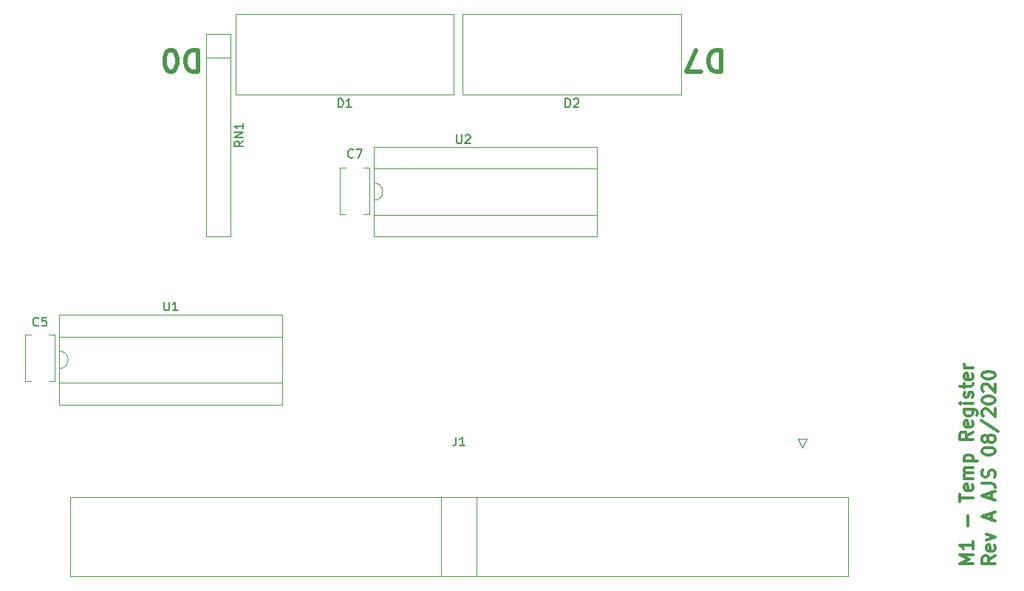
<source format=gto>
G04 #@! TF.GenerationSoftware,KiCad,Pcbnew,5.1.6-c6e7f7d~87~ubuntu18.04.1*
G04 #@! TF.CreationDate,2020-09-06T16:42:54+12:00*
G04 #@! TF.ProjectId,M1 Temp Register,4d312054-656d-4702-9052-656769737465,rev?*
G04 #@! TF.SameCoordinates,Original*
G04 #@! TF.FileFunction,Legend,Top*
G04 #@! TF.FilePolarity,Positive*
%FSLAX46Y46*%
G04 Gerber Fmt 4.6, Leading zero omitted, Abs format (unit mm)*
G04 Created by KiCad (PCBNEW 5.1.6-c6e7f7d~87~ubuntu18.04.1) date 2020-09-06 16:42:54*
%MOMM*%
%LPD*%
G01*
G04 APERTURE LIST*
%ADD10C,0.300000*%
%ADD11C,0.500000*%
%ADD12C,0.120000*%
%ADD13C,0.150000*%
G04 APERTURE END LIST*
D10*
X211430571Y-147402857D02*
X209930571Y-147402857D01*
X211002000Y-146902857D01*
X209930571Y-146402857D01*
X211430571Y-146402857D01*
X211430571Y-144902857D02*
X211430571Y-145760000D01*
X211430571Y-145331428D02*
X209930571Y-145331428D01*
X210144857Y-145474285D01*
X210287714Y-145617142D01*
X210359142Y-145760000D01*
X210859142Y-143117142D02*
X210859142Y-141974285D01*
X209930571Y-140331428D02*
X209930571Y-139474285D01*
X211430571Y-139902857D02*
X209930571Y-139902857D01*
X211359142Y-138402857D02*
X211430571Y-138545714D01*
X211430571Y-138831428D01*
X211359142Y-138974285D01*
X211216285Y-139045714D01*
X210644857Y-139045714D01*
X210502000Y-138974285D01*
X210430571Y-138831428D01*
X210430571Y-138545714D01*
X210502000Y-138402857D01*
X210644857Y-138331428D01*
X210787714Y-138331428D01*
X210930571Y-139045714D01*
X211430571Y-137688571D02*
X210430571Y-137688571D01*
X210573428Y-137688571D02*
X210502000Y-137617142D01*
X210430571Y-137474285D01*
X210430571Y-137260000D01*
X210502000Y-137117142D01*
X210644857Y-137045714D01*
X211430571Y-137045714D01*
X210644857Y-137045714D02*
X210502000Y-136974285D01*
X210430571Y-136831428D01*
X210430571Y-136617142D01*
X210502000Y-136474285D01*
X210644857Y-136402857D01*
X211430571Y-136402857D01*
X210430571Y-135688571D02*
X211930571Y-135688571D01*
X210502000Y-135688571D02*
X210430571Y-135545714D01*
X210430571Y-135260000D01*
X210502000Y-135117142D01*
X210573428Y-135045714D01*
X210716285Y-134974285D01*
X211144857Y-134974285D01*
X211287714Y-135045714D01*
X211359142Y-135117142D01*
X211430571Y-135260000D01*
X211430571Y-135545714D01*
X211359142Y-135688571D01*
X211430571Y-132331428D02*
X210716285Y-132831428D01*
X211430571Y-133188571D02*
X209930571Y-133188571D01*
X209930571Y-132617142D01*
X210002000Y-132474285D01*
X210073428Y-132402857D01*
X210216285Y-132331428D01*
X210430571Y-132331428D01*
X210573428Y-132402857D01*
X210644857Y-132474285D01*
X210716285Y-132617142D01*
X210716285Y-133188571D01*
X211359142Y-131117142D02*
X211430571Y-131260000D01*
X211430571Y-131545714D01*
X211359142Y-131688571D01*
X211216285Y-131760000D01*
X210644857Y-131760000D01*
X210502000Y-131688571D01*
X210430571Y-131545714D01*
X210430571Y-131260000D01*
X210502000Y-131117142D01*
X210644857Y-131045714D01*
X210787714Y-131045714D01*
X210930571Y-131760000D01*
X210430571Y-129760000D02*
X211644857Y-129760000D01*
X211787714Y-129831428D01*
X211859142Y-129902857D01*
X211930571Y-130045714D01*
X211930571Y-130260000D01*
X211859142Y-130402857D01*
X211359142Y-129760000D02*
X211430571Y-129902857D01*
X211430571Y-130188571D01*
X211359142Y-130331428D01*
X211287714Y-130402857D01*
X211144857Y-130474285D01*
X210716285Y-130474285D01*
X210573428Y-130402857D01*
X210502000Y-130331428D01*
X210430571Y-130188571D01*
X210430571Y-129902857D01*
X210502000Y-129760000D01*
X211430571Y-129045714D02*
X210430571Y-129045714D01*
X209930571Y-129045714D02*
X210002000Y-129117142D01*
X210073428Y-129045714D01*
X210002000Y-128974285D01*
X209930571Y-129045714D01*
X210073428Y-129045714D01*
X211359142Y-128402857D02*
X211430571Y-128260000D01*
X211430571Y-127974285D01*
X211359142Y-127831428D01*
X211216285Y-127760000D01*
X211144857Y-127760000D01*
X211002000Y-127831428D01*
X210930571Y-127974285D01*
X210930571Y-128188571D01*
X210859142Y-128331428D01*
X210716285Y-128402857D01*
X210644857Y-128402857D01*
X210502000Y-128331428D01*
X210430571Y-128188571D01*
X210430571Y-127974285D01*
X210502000Y-127831428D01*
X210430571Y-127331428D02*
X210430571Y-126760000D01*
X209930571Y-127117142D02*
X211216285Y-127117142D01*
X211359142Y-127045714D01*
X211430571Y-126902857D01*
X211430571Y-126760000D01*
X211359142Y-125688571D02*
X211430571Y-125831428D01*
X211430571Y-126117142D01*
X211359142Y-126260000D01*
X211216285Y-126331428D01*
X210644857Y-126331428D01*
X210502000Y-126260000D01*
X210430571Y-126117142D01*
X210430571Y-125831428D01*
X210502000Y-125688571D01*
X210644857Y-125617142D01*
X210787714Y-125617142D01*
X210930571Y-126331428D01*
X211430571Y-124974285D02*
X210430571Y-124974285D01*
X210716285Y-124974285D02*
X210573428Y-124902857D01*
X210502000Y-124831428D01*
X210430571Y-124688571D01*
X210430571Y-124545714D01*
X213980571Y-146545714D02*
X213266285Y-147045714D01*
X213980571Y-147402857D02*
X212480571Y-147402857D01*
X212480571Y-146831428D01*
X212552000Y-146688571D01*
X212623428Y-146617142D01*
X212766285Y-146545714D01*
X212980571Y-146545714D01*
X213123428Y-146617142D01*
X213194857Y-146688571D01*
X213266285Y-146831428D01*
X213266285Y-147402857D01*
X213909142Y-145331428D02*
X213980571Y-145474285D01*
X213980571Y-145760000D01*
X213909142Y-145902857D01*
X213766285Y-145974285D01*
X213194857Y-145974285D01*
X213052000Y-145902857D01*
X212980571Y-145760000D01*
X212980571Y-145474285D01*
X213052000Y-145331428D01*
X213194857Y-145260000D01*
X213337714Y-145260000D01*
X213480571Y-145974285D01*
X212980571Y-144760000D02*
X213980571Y-144402857D01*
X212980571Y-144045714D01*
X213552000Y-142402857D02*
X213552000Y-141688571D01*
X213980571Y-142545714D02*
X212480571Y-142045714D01*
X213980571Y-141545714D01*
X213552000Y-139974285D02*
X213552000Y-139260000D01*
X213980571Y-140117142D02*
X212480571Y-139617142D01*
X213980571Y-139117142D01*
X212480571Y-138188571D02*
X213552000Y-138188571D01*
X213766285Y-138260000D01*
X213909142Y-138402857D01*
X213980571Y-138617142D01*
X213980571Y-138760000D01*
X213909142Y-137545714D02*
X213980571Y-137331428D01*
X213980571Y-136974285D01*
X213909142Y-136831428D01*
X213837714Y-136760000D01*
X213694857Y-136688571D01*
X213552000Y-136688571D01*
X213409142Y-136760000D01*
X213337714Y-136831428D01*
X213266285Y-136974285D01*
X213194857Y-137260000D01*
X213123428Y-137402857D01*
X213052000Y-137474285D01*
X212909142Y-137545714D01*
X212766285Y-137545714D01*
X212623428Y-137474285D01*
X212552000Y-137402857D01*
X212480571Y-137260000D01*
X212480571Y-136902857D01*
X212552000Y-136688571D01*
X212480571Y-134617142D02*
X212480571Y-134474285D01*
X212552000Y-134331428D01*
X212623428Y-134260000D01*
X212766285Y-134188571D01*
X213052000Y-134117142D01*
X213409142Y-134117142D01*
X213694857Y-134188571D01*
X213837714Y-134260000D01*
X213909142Y-134331428D01*
X213980571Y-134474285D01*
X213980571Y-134617142D01*
X213909142Y-134760000D01*
X213837714Y-134831428D01*
X213694857Y-134902857D01*
X213409142Y-134974285D01*
X213052000Y-134974285D01*
X212766285Y-134902857D01*
X212623428Y-134831428D01*
X212552000Y-134760000D01*
X212480571Y-134617142D01*
X213123428Y-133260000D02*
X213052000Y-133402857D01*
X212980571Y-133474285D01*
X212837714Y-133545714D01*
X212766285Y-133545714D01*
X212623428Y-133474285D01*
X212552000Y-133402857D01*
X212480571Y-133260000D01*
X212480571Y-132974285D01*
X212552000Y-132831428D01*
X212623428Y-132760000D01*
X212766285Y-132688571D01*
X212837714Y-132688571D01*
X212980571Y-132760000D01*
X213052000Y-132831428D01*
X213123428Y-132974285D01*
X213123428Y-133260000D01*
X213194857Y-133402857D01*
X213266285Y-133474285D01*
X213409142Y-133545714D01*
X213694857Y-133545714D01*
X213837714Y-133474285D01*
X213909142Y-133402857D01*
X213980571Y-133260000D01*
X213980571Y-132974285D01*
X213909142Y-132831428D01*
X213837714Y-132760000D01*
X213694857Y-132688571D01*
X213409142Y-132688571D01*
X213266285Y-132760000D01*
X213194857Y-132831428D01*
X213123428Y-132974285D01*
X212409142Y-130974285D02*
X214337714Y-132260000D01*
X212623428Y-130545714D02*
X212552000Y-130474285D01*
X212480571Y-130331428D01*
X212480571Y-129974285D01*
X212552000Y-129831428D01*
X212623428Y-129760000D01*
X212766285Y-129688571D01*
X212909142Y-129688571D01*
X213123428Y-129760000D01*
X213980571Y-130617142D01*
X213980571Y-129688571D01*
X212480571Y-128760000D02*
X212480571Y-128617142D01*
X212552000Y-128474285D01*
X212623428Y-128402857D01*
X212766285Y-128331428D01*
X213052000Y-128260000D01*
X213409142Y-128260000D01*
X213694857Y-128331428D01*
X213837714Y-128402857D01*
X213909142Y-128474285D01*
X213980571Y-128617142D01*
X213980571Y-128760000D01*
X213909142Y-128902857D01*
X213837714Y-128974285D01*
X213694857Y-129045714D01*
X213409142Y-129117142D01*
X213052000Y-129117142D01*
X212766285Y-129045714D01*
X212623428Y-128974285D01*
X212552000Y-128902857D01*
X212480571Y-128760000D01*
X212623428Y-127688571D02*
X212552000Y-127617142D01*
X212480571Y-127474285D01*
X212480571Y-127117142D01*
X212552000Y-126974285D01*
X212623428Y-126902857D01*
X212766285Y-126831428D01*
X212909142Y-126831428D01*
X213123428Y-126902857D01*
X213980571Y-127760000D01*
X213980571Y-126831428D01*
X212480571Y-125902857D02*
X212480571Y-125760000D01*
X212552000Y-125617142D01*
X212623428Y-125545714D01*
X212766285Y-125474285D01*
X213052000Y-125402857D01*
X213409142Y-125402857D01*
X213694857Y-125474285D01*
X213837714Y-125545714D01*
X213909142Y-125617142D01*
X213980571Y-125760000D01*
X213980571Y-125902857D01*
X213909142Y-126045714D01*
X213837714Y-126117142D01*
X213694857Y-126188571D01*
X213409142Y-126260000D01*
X213052000Y-126260000D01*
X212766285Y-126188571D01*
X212623428Y-126117142D01*
X212552000Y-126045714D01*
X212480571Y-125902857D01*
D11*
X122622238Y-88558047D02*
X122622238Y-91058047D01*
X122027000Y-91058047D01*
X121669857Y-90939000D01*
X121431761Y-90700904D01*
X121312714Y-90462809D01*
X121193666Y-89986619D01*
X121193666Y-89629476D01*
X121312714Y-89153285D01*
X121431761Y-88915190D01*
X121669857Y-88677095D01*
X122027000Y-88558047D01*
X122622238Y-88558047D01*
X119646047Y-91058047D02*
X119407952Y-91058047D01*
X119169857Y-90939000D01*
X119050809Y-90819952D01*
X118931761Y-90581857D01*
X118812714Y-90105666D01*
X118812714Y-89510428D01*
X118931761Y-89034238D01*
X119050809Y-88796142D01*
X119169857Y-88677095D01*
X119407952Y-88558047D01*
X119646047Y-88558047D01*
X119884142Y-88677095D01*
X120003190Y-88796142D01*
X120122238Y-89034238D01*
X120241285Y-89510428D01*
X120241285Y-90105666D01*
X120122238Y-90581857D01*
X120003190Y-90819952D01*
X119884142Y-90939000D01*
X119646047Y-91058047D01*
X182566238Y-88558047D02*
X182566238Y-91058047D01*
X181971000Y-91058047D01*
X181613857Y-90939000D01*
X181375761Y-90700904D01*
X181256714Y-90462809D01*
X181137666Y-89986619D01*
X181137666Y-89629476D01*
X181256714Y-89153285D01*
X181375761Y-88915190D01*
X181613857Y-88677095D01*
X181971000Y-88558047D01*
X182566238Y-88558047D01*
X180304333Y-91058047D02*
X178637666Y-91058047D01*
X179709095Y-88558047D01*
D12*
X138868000Y-107385000D02*
X138868000Y-102045000D01*
X142310000Y-107385000D02*
X142310000Y-102045000D01*
X138868000Y-107385000D02*
X139534000Y-107385000D01*
X141644000Y-107385000D02*
X142310000Y-107385000D01*
X138868000Y-102045000D02*
X139534000Y-102045000D01*
X141644000Y-102045000D02*
X142310000Y-102045000D01*
X191397000Y-133159000D02*
X191897000Y-134159000D01*
X192397000Y-133159000D02*
X191397000Y-133159000D01*
X191897000Y-134159000D02*
X192397000Y-133159000D01*
X107947000Y-139779000D02*
X197107000Y-139779000D01*
X107947000Y-148899000D02*
X107947000Y-139779000D01*
X197107000Y-148899000D02*
X107947000Y-148899000D01*
X197107000Y-139779000D02*
X197107000Y-148899000D01*
X150477000Y-139779000D02*
X150477000Y-148899000D01*
X154577000Y-139779000D02*
X154577000Y-148899000D01*
X126368000Y-89435000D02*
X123568000Y-89435000D01*
X126368000Y-109925000D02*
X126368000Y-86725000D01*
X123568000Y-109925000D02*
X126368000Y-109925000D01*
X123568000Y-86725000D02*
X123568000Y-109925000D01*
X126368000Y-86725000D02*
X123568000Y-86725000D01*
X126946000Y-84489000D02*
X126946000Y-93689000D01*
X126946000Y-93689000D02*
X151946000Y-93689000D01*
X151946000Y-93689000D02*
X151946000Y-84489000D01*
X151946000Y-84489000D02*
X126946000Y-84489000D01*
X177981000Y-84489000D02*
X152981000Y-84489000D01*
X177981000Y-93689000D02*
X177981000Y-84489000D01*
X152981000Y-93689000D02*
X177981000Y-93689000D01*
X152981000Y-84489000D02*
X152981000Y-93689000D01*
X102800000Y-126535000D02*
X102800000Y-121195000D01*
X106242000Y-126535000D02*
X106242000Y-121195000D01*
X102800000Y-126535000D02*
X103466000Y-126535000D01*
X105576000Y-126535000D02*
X106242000Y-126535000D01*
X102800000Y-121195000D02*
X103466000Y-121195000D01*
X105576000Y-121195000D02*
X106242000Y-121195000D01*
X106747000Y-125079000D02*
X106747000Y-126729000D01*
X106747000Y-126729000D02*
X132267000Y-126729000D01*
X132267000Y-126729000D02*
X132267000Y-121429000D01*
X132267000Y-121429000D02*
X106747000Y-121429000D01*
X106747000Y-121429000D02*
X106747000Y-123079000D01*
X106687000Y-129219000D02*
X132327000Y-129219000D01*
X132327000Y-129219000D02*
X132327000Y-118939000D01*
X132327000Y-118939000D02*
X106687000Y-118939000D01*
X106687000Y-118939000D02*
X106687000Y-129219000D01*
X106747000Y-123079000D02*
G75*
G02*
X106747000Y-125079000I0J-1000000D01*
G01*
X142755000Y-99662000D02*
X142755000Y-109942000D01*
X168395000Y-99662000D02*
X142755000Y-99662000D01*
X168395000Y-109942000D02*
X168395000Y-99662000D01*
X142755000Y-109942000D02*
X168395000Y-109942000D01*
X142815000Y-102152000D02*
X142815000Y-103802000D01*
X168335000Y-102152000D02*
X142815000Y-102152000D01*
X168335000Y-107452000D02*
X168335000Y-102152000D01*
X142815000Y-107452000D02*
X168335000Y-107452000D01*
X142815000Y-105802000D02*
X142815000Y-107452000D01*
X142815000Y-103802000D02*
G75*
G02*
X142815000Y-105802000I0J-1000000D01*
G01*
D13*
X140422333Y-100841142D02*
X140374714Y-100888761D01*
X140231857Y-100936380D01*
X140136619Y-100936380D01*
X139993761Y-100888761D01*
X139898523Y-100793523D01*
X139850904Y-100698285D01*
X139803285Y-100507809D01*
X139803285Y-100364952D01*
X139850904Y-100174476D01*
X139898523Y-100079238D01*
X139993761Y-99984000D01*
X140136619Y-99936380D01*
X140231857Y-99936380D01*
X140374714Y-99984000D01*
X140422333Y-100031619D01*
X140755666Y-99936380D02*
X141422333Y-99936380D01*
X140993761Y-100936380D01*
X152193666Y-132929380D02*
X152193666Y-133643666D01*
X152146047Y-133786523D01*
X152050809Y-133881761D01*
X151907952Y-133929380D01*
X151812714Y-133929380D01*
X153193666Y-133929380D02*
X152622238Y-133929380D01*
X152907952Y-133929380D02*
X152907952Y-132929380D01*
X152812714Y-133072238D01*
X152717476Y-133167476D01*
X152622238Y-133215095D01*
X127820380Y-99015476D02*
X127344190Y-99348809D01*
X127820380Y-99586904D02*
X126820380Y-99586904D01*
X126820380Y-99205952D01*
X126868000Y-99110714D01*
X126915619Y-99063095D01*
X127010857Y-99015476D01*
X127153714Y-99015476D01*
X127248952Y-99063095D01*
X127296571Y-99110714D01*
X127344190Y-99205952D01*
X127344190Y-99586904D01*
X127820380Y-98586904D02*
X126820380Y-98586904D01*
X127820380Y-98015476D01*
X126820380Y-98015476D01*
X127820380Y-97015476D02*
X127820380Y-97586904D01*
X127820380Y-97301190D02*
X126820380Y-97301190D01*
X126963238Y-97396428D01*
X127058476Y-97491666D01*
X127106095Y-97586904D01*
X138707904Y-95141380D02*
X138707904Y-94141380D01*
X138946000Y-94141380D01*
X139088857Y-94189000D01*
X139184095Y-94284238D01*
X139231714Y-94379476D01*
X139279333Y-94569952D01*
X139279333Y-94712809D01*
X139231714Y-94903285D01*
X139184095Y-94998523D01*
X139088857Y-95093761D01*
X138946000Y-95141380D01*
X138707904Y-95141380D01*
X140231714Y-95141380D02*
X139660285Y-95141380D01*
X139946000Y-95141380D02*
X139946000Y-94141380D01*
X139850761Y-94284238D01*
X139755523Y-94379476D01*
X139660285Y-94427095D01*
X164742904Y-95141380D02*
X164742904Y-94141380D01*
X164981000Y-94141380D01*
X165123857Y-94189000D01*
X165219095Y-94284238D01*
X165266714Y-94379476D01*
X165314333Y-94569952D01*
X165314333Y-94712809D01*
X165266714Y-94903285D01*
X165219095Y-94998523D01*
X165123857Y-95093761D01*
X164981000Y-95141380D01*
X164742904Y-95141380D01*
X165695285Y-94236619D02*
X165742904Y-94189000D01*
X165838142Y-94141380D01*
X166076238Y-94141380D01*
X166171476Y-94189000D01*
X166219095Y-94236619D01*
X166266714Y-94331857D01*
X166266714Y-94427095D01*
X166219095Y-94569952D01*
X165647666Y-95141380D01*
X166266714Y-95141380D01*
X104354333Y-120118142D02*
X104306714Y-120165761D01*
X104163857Y-120213380D01*
X104068619Y-120213380D01*
X103925761Y-120165761D01*
X103830523Y-120070523D01*
X103782904Y-119975285D01*
X103735285Y-119784809D01*
X103735285Y-119641952D01*
X103782904Y-119451476D01*
X103830523Y-119356238D01*
X103925761Y-119261000D01*
X104068619Y-119213380D01*
X104163857Y-119213380D01*
X104306714Y-119261000D01*
X104354333Y-119308619D01*
X105259095Y-119213380D02*
X104782904Y-119213380D01*
X104735285Y-119689571D01*
X104782904Y-119641952D01*
X104878142Y-119594333D01*
X105116238Y-119594333D01*
X105211476Y-119641952D01*
X105259095Y-119689571D01*
X105306714Y-119784809D01*
X105306714Y-120022904D01*
X105259095Y-120118142D01*
X105211476Y-120165761D01*
X105116238Y-120213380D01*
X104878142Y-120213380D01*
X104782904Y-120165761D01*
X104735285Y-120118142D01*
X118745095Y-117435380D02*
X118745095Y-118244904D01*
X118792714Y-118340142D01*
X118840333Y-118387761D01*
X118935571Y-118435380D01*
X119126047Y-118435380D01*
X119221285Y-118387761D01*
X119268904Y-118340142D01*
X119316523Y-118244904D01*
X119316523Y-117435380D01*
X120316523Y-118435380D02*
X119745095Y-118435380D01*
X120030809Y-118435380D02*
X120030809Y-117435380D01*
X119935571Y-117578238D01*
X119840333Y-117673476D01*
X119745095Y-117721095D01*
X152273095Y-98285380D02*
X152273095Y-99094904D01*
X152320714Y-99190142D01*
X152368333Y-99237761D01*
X152463571Y-99285380D01*
X152654047Y-99285380D01*
X152749285Y-99237761D01*
X152796904Y-99190142D01*
X152844523Y-99094904D01*
X152844523Y-98285380D01*
X153273095Y-98380619D02*
X153320714Y-98333000D01*
X153415952Y-98285380D01*
X153654047Y-98285380D01*
X153749285Y-98333000D01*
X153796904Y-98380619D01*
X153844523Y-98475857D01*
X153844523Y-98571095D01*
X153796904Y-98713952D01*
X153225476Y-99285380D01*
X153844523Y-99285380D01*
M02*

</source>
